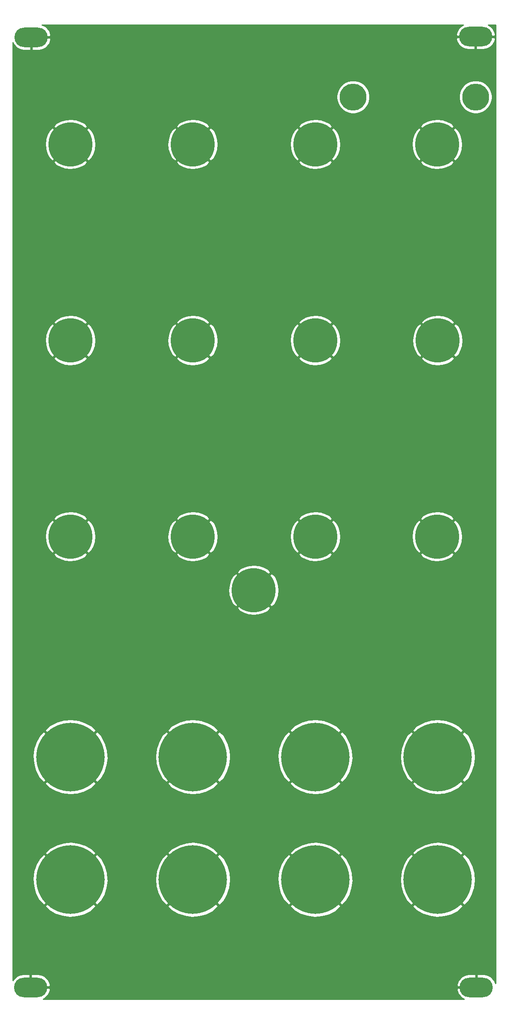
<source format=gbr>
%TF.GenerationSoftware,KiCad,Pcbnew,(5.1.9)-1*%
%TF.CreationDate,2021-09-12T18:44:49+01:00*%
%TF.ProjectId,Function Generator Front Panel,46756e63-7469-46f6-9e20-47656e657261,rev?*%
%TF.SameCoordinates,Original*%
%TF.FileFunction,Copper,L1,Top*%
%TF.FilePolarity,Positive*%
%FSLAX46Y46*%
G04 Gerber Fmt 4.6, Leading zero omitted, Abs format (unit mm)*
G04 Created by KiCad (PCBNEW (5.1.9)-1) date 2021-09-12 18:44:49*
%MOMM*%
%LPD*%
G01*
G04 APERTURE LIST*
%TA.AperFunction,ComponentPad*%
%ADD10O,6.800000X4.000000*%
%TD*%
%TA.AperFunction,ComponentPad*%
%ADD11C,14.000000*%
%TD*%
%TA.AperFunction,ComponentPad*%
%ADD12C,9.000000*%
%TD*%
%TA.AperFunction,ComponentPad*%
%ADD13C,5.500000*%
%TD*%
%TA.AperFunction,Conductor*%
%ADD14C,0.254000*%
%TD*%
%TA.AperFunction,Conductor*%
%ADD15C,0.100000*%
%TD*%
G04 APERTURE END LIST*
D10*
%TO.P,H1,1*%
%TO.N,GND*%
X122304000Y-10541000D03*
%TD*%
%TO.P,H2,1*%
%TO.N,GND*%
X31372000Y-204470000D03*
%TD*%
%TO.P,H3,1*%
%TO.N,GND*%
X122431000Y-204470000D03*
%TD*%
%TO.P,H4,1*%
%TO.N,GND*%
X31499000Y-10668000D03*
%TD*%
D11*
%TO.P,H5,1*%
%TO.N,GND*%
X39497000Y-157480000D03*
%TD*%
%TO.P,H6,1*%
%TO.N,GND*%
X64516000Y-182499000D03*
%TD*%
%TO.P,H7,1*%
%TO.N,GND*%
X64516000Y-157480000D03*
%TD*%
%TO.P,H8,1*%
%TO.N,GND*%
X39497000Y-182499000D03*
%TD*%
%TO.P,H9,1*%
%TO.N,GND*%
X114554000Y-182499000D03*
%TD*%
%TO.P,H10,1*%
%TO.N,GND*%
X114554000Y-157480000D03*
%TD*%
%TO.P,H11,1*%
%TO.N,GND*%
X89535000Y-182499000D03*
%TD*%
%TO.P,H12,1*%
%TO.N,GND*%
X89535000Y-157480000D03*
%TD*%
D12*
%TO.P,H13,1*%
%TO.N,GND*%
X89535000Y-112522000D03*
%TD*%
%TO.P,H14,1*%
%TO.N,GND*%
X64516000Y-72517000D03*
%TD*%
%TO.P,H15,1*%
%TO.N,GND*%
X89535000Y-72517000D03*
%TD*%
%TO.P,H16,1*%
%TO.N,GND*%
X39497000Y-32512000D03*
%TD*%
%TO.P,H17,1*%
%TO.N,GND*%
X39497000Y-112522000D03*
%TD*%
%TO.P,H18,1*%
%TO.N,GND*%
X114427000Y-112522000D03*
%TD*%
%TO.P,H19,1*%
%TO.N,GND*%
X114427000Y-32512000D03*
%TD*%
%TO.P,H20,1*%
%TO.N,GND*%
X64516000Y-32512000D03*
%TD*%
%TO.P,H21,1*%
%TO.N,GND*%
X39497000Y-72517000D03*
%TD*%
%TO.P,H22,1*%
%TO.N,GND*%
X114554000Y-72517000D03*
%TD*%
D13*
%TO.P,H23,1*%
%TO.N,N/C*%
X122301000Y-22860000D03*
%TD*%
%TO.P,H24,1*%
%TO.N,N/C*%
X97282000Y-22860000D03*
%TD*%
D12*
%TO.P,H25,1*%
%TO.N,GND*%
X76962000Y-123444000D03*
%TD*%
%TO.P,H26,1*%
%TO.N,GND*%
X89535000Y-32512000D03*
%TD*%
%TO.P,H27,1*%
%TO.N,GND*%
X64516000Y-112522000D03*
%TD*%
D14*
%TO.N,GND*%
X119778296Y-8155178D02*
X119334475Y-8420635D01*
X118950970Y-8767576D01*
X118642519Y-9182669D01*
X118420975Y-9649962D01*
X118324333Y-10003838D01*
X118431009Y-10414000D01*
X122177000Y-10414000D01*
X122177000Y-10394000D01*
X122431000Y-10394000D01*
X122431000Y-10414000D01*
X126176991Y-10414000D01*
X126283667Y-10003838D01*
X126187025Y-9649962D01*
X125965481Y-9182669D01*
X125657030Y-8767576D01*
X125273525Y-8420635D01*
X124829704Y-8155178D01*
X124823599Y-8153000D01*
X126340000Y-8153000D01*
X126340001Y-203674079D01*
X126314025Y-203578962D01*
X126092481Y-203111669D01*
X125784030Y-202696576D01*
X125400525Y-202349635D01*
X124956704Y-202084178D01*
X124469623Y-201910407D01*
X123958000Y-201835000D01*
X122558000Y-201835000D01*
X122558000Y-204343000D01*
X122578000Y-204343000D01*
X122578000Y-204597000D01*
X122558000Y-204597000D01*
X122558000Y-204617000D01*
X122304000Y-204617000D01*
X122304000Y-204597000D01*
X118558009Y-204597000D01*
X118451333Y-205007162D01*
X118547975Y-205361038D01*
X118769519Y-205828331D01*
X119077970Y-206243424D01*
X119461475Y-206590365D01*
X119905296Y-206855822D01*
X119911401Y-206858000D01*
X33891599Y-206858000D01*
X33897704Y-206855822D01*
X34341525Y-206590365D01*
X34725030Y-206243424D01*
X35033481Y-205828331D01*
X35255025Y-205361038D01*
X35351667Y-205007162D01*
X35244991Y-204597000D01*
X31499000Y-204597000D01*
X31499000Y-204617000D01*
X31245000Y-204617000D01*
X31245000Y-204597000D01*
X31225000Y-204597000D01*
X31225000Y-204343000D01*
X31245000Y-204343000D01*
X31245000Y-201835000D01*
X31499000Y-201835000D01*
X31499000Y-204343000D01*
X35244991Y-204343000D01*
X35351667Y-203932838D01*
X118451333Y-203932838D01*
X118558009Y-204343000D01*
X122304000Y-204343000D01*
X122304000Y-201835000D01*
X120904000Y-201835000D01*
X120392377Y-201910407D01*
X119905296Y-202084178D01*
X119461475Y-202349635D01*
X119077970Y-202696576D01*
X118769519Y-203111669D01*
X118547975Y-203578962D01*
X118451333Y-203932838D01*
X35351667Y-203932838D01*
X35255025Y-203578962D01*
X35033481Y-203111669D01*
X34725030Y-202696576D01*
X34341525Y-202349635D01*
X33897704Y-202084178D01*
X33410623Y-201910407D01*
X32899000Y-201835000D01*
X31499000Y-201835000D01*
X31245000Y-201835000D01*
X29845000Y-201835000D01*
X29333377Y-201910407D01*
X28846296Y-202084178D01*
X28402475Y-202349635D01*
X28018970Y-202696576D01*
X27711000Y-203111022D01*
X27711000Y-187900674D01*
X34274932Y-187900674D01*
X35090908Y-188779530D01*
X36400840Y-189518437D01*
X37829756Y-189987591D01*
X39322743Y-190168963D01*
X40822428Y-190055583D01*
X42271176Y-189651807D01*
X43613314Y-188973153D01*
X43903092Y-188779530D01*
X44719068Y-187900674D01*
X59293932Y-187900674D01*
X60109908Y-188779530D01*
X61419840Y-189518437D01*
X62848756Y-189987591D01*
X64341743Y-190168963D01*
X65841428Y-190055583D01*
X67290176Y-189651807D01*
X68632314Y-188973153D01*
X68922092Y-188779530D01*
X69738068Y-187900674D01*
X84312932Y-187900674D01*
X85128908Y-188779530D01*
X86438840Y-189518437D01*
X87867756Y-189987591D01*
X89360743Y-190168963D01*
X90860428Y-190055583D01*
X92309176Y-189651807D01*
X93651314Y-188973153D01*
X93941092Y-188779530D01*
X94757068Y-187900674D01*
X109331932Y-187900674D01*
X110147908Y-188779530D01*
X111457840Y-189518437D01*
X112886756Y-189987591D01*
X114379743Y-190168963D01*
X115879428Y-190055583D01*
X117328176Y-189651807D01*
X118670314Y-188973153D01*
X118960092Y-188779530D01*
X119776068Y-187900674D01*
X114554000Y-182678605D01*
X109331932Y-187900674D01*
X94757068Y-187900674D01*
X89535000Y-182678605D01*
X84312932Y-187900674D01*
X69738068Y-187900674D01*
X64516000Y-182678605D01*
X59293932Y-187900674D01*
X44719068Y-187900674D01*
X39497000Y-182678605D01*
X34274932Y-187900674D01*
X27711000Y-187900674D01*
X27711000Y-182324743D01*
X31827037Y-182324743D01*
X31940417Y-183824428D01*
X32344193Y-185273176D01*
X33022847Y-186615314D01*
X33216470Y-186905092D01*
X34095326Y-187721068D01*
X39317395Y-182499000D01*
X39676605Y-182499000D01*
X44898674Y-187721068D01*
X45777530Y-186905092D01*
X46516437Y-185595160D01*
X46985591Y-184166244D01*
X47166963Y-182673257D01*
X47140615Y-182324743D01*
X56846037Y-182324743D01*
X56959417Y-183824428D01*
X57363193Y-185273176D01*
X58041847Y-186615314D01*
X58235470Y-186905092D01*
X59114326Y-187721068D01*
X64336395Y-182499000D01*
X64695605Y-182499000D01*
X69917674Y-187721068D01*
X70796530Y-186905092D01*
X71535437Y-185595160D01*
X72004591Y-184166244D01*
X72185963Y-182673257D01*
X72159615Y-182324743D01*
X81865037Y-182324743D01*
X81978417Y-183824428D01*
X82382193Y-185273176D01*
X83060847Y-186615314D01*
X83254470Y-186905092D01*
X84133326Y-187721068D01*
X89355395Y-182499000D01*
X89714605Y-182499000D01*
X94936674Y-187721068D01*
X95815530Y-186905092D01*
X96554437Y-185595160D01*
X97023591Y-184166244D01*
X97204963Y-182673257D01*
X97178615Y-182324743D01*
X106884037Y-182324743D01*
X106997417Y-183824428D01*
X107401193Y-185273176D01*
X108079847Y-186615314D01*
X108273470Y-186905092D01*
X109152326Y-187721068D01*
X114374395Y-182499000D01*
X114733605Y-182499000D01*
X119955674Y-187721068D01*
X120834530Y-186905092D01*
X121573437Y-185595160D01*
X122042591Y-184166244D01*
X122223963Y-182673257D01*
X122110583Y-181173572D01*
X121706807Y-179724824D01*
X121028153Y-178382686D01*
X120834530Y-178092908D01*
X119955674Y-177276932D01*
X114733605Y-182499000D01*
X114374395Y-182499000D01*
X109152326Y-177276932D01*
X108273470Y-178092908D01*
X107534563Y-179402840D01*
X107065409Y-180831756D01*
X106884037Y-182324743D01*
X97178615Y-182324743D01*
X97091583Y-181173572D01*
X96687807Y-179724824D01*
X96009153Y-178382686D01*
X95815530Y-178092908D01*
X94936674Y-177276932D01*
X89714605Y-182499000D01*
X89355395Y-182499000D01*
X84133326Y-177276932D01*
X83254470Y-178092908D01*
X82515563Y-179402840D01*
X82046409Y-180831756D01*
X81865037Y-182324743D01*
X72159615Y-182324743D01*
X72072583Y-181173572D01*
X71668807Y-179724824D01*
X70990153Y-178382686D01*
X70796530Y-178092908D01*
X69917674Y-177276932D01*
X64695605Y-182499000D01*
X64336395Y-182499000D01*
X59114326Y-177276932D01*
X58235470Y-178092908D01*
X57496563Y-179402840D01*
X57027409Y-180831756D01*
X56846037Y-182324743D01*
X47140615Y-182324743D01*
X47053583Y-181173572D01*
X46649807Y-179724824D01*
X45971153Y-178382686D01*
X45777530Y-178092908D01*
X44898674Y-177276932D01*
X39676605Y-182499000D01*
X39317395Y-182499000D01*
X34095326Y-177276932D01*
X33216470Y-178092908D01*
X32477563Y-179402840D01*
X32008409Y-180831756D01*
X31827037Y-182324743D01*
X27711000Y-182324743D01*
X27711000Y-177097326D01*
X34274932Y-177097326D01*
X39497000Y-182319395D01*
X44719068Y-177097326D01*
X59293932Y-177097326D01*
X64516000Y-182319395D01*
X69738068Y-177097326D01*
X84312932Y-177097326D01*
X89535000Y-182319395D01*
X94757068Y-177097326D01*
X109331932Y-177097326D01*
X114554000Y-182319395D01*
X119776068Y-177097326D01*
X118960092Y-176218470D01*
X117650160Y-175479563D01*
X116221244Y-175010409D01*
X114728257Y-174829037D01*
X113228572Y-174942417D01*
X111779824Y-175346193D01*
X110437686Y-176024847D01*
X110147908Y-176218470D01*
X109331932Y-177097326D01*
X94757068Y-177097326D01*
X93941092Y-176218470D01*
X92631160Y-175479563D01*
X91202244Y-175010409D01*
X89709257Y-174829037D01*
X88209572Y-174942417D01*
X86760824Y-175346193D01*
X85418686Y-176024847D01*
X85128908Y-176218470D01*
X84312932Y-177097326D01*
X69738068Y-177097326D01*
X68922092Y-176218470D01*
X67612160Y-175479563D01*
X66183244Y-175010409D01*
X64690257Y-174829037D01*
X63190572Y-174942417D01*
X61741824Y-175346193D01*
X60399686Y-176024847D01*
X60109908Y-176218470D01*
X59293932Y-177097326D01*
X44719068Y-177097326D01*
X43903092Y-176218470D01*
X42593160Y-175479563D01*
X41164244Y-175010409D01*
X39671257Y-174829037D01*
X38171572Y-174942417D01*
X36722824Y-175346193D01*
X35380686Y-176024847D01*
X35090908Y-176218470D01*
X34274932Y-177097326D01*
X27711000Y-177097326D01*
X27711000Y-162881674D01*
X34274932Y-162881674D01*
X35090908Y-163760530D01*
X36400840Y-164499437D01*
X37829756Y-164968591D01*
X39322743Y-165149963D01*
X40822428Y-165036583D01*
X42271176Y-164632807D01*
X43613314Y-163954153D01*
X43903092Y-163760530D01*
X44719068Y-162881674D01*
X59293932Y-162881674D01*
X60109908Y-163760530D01*
X61419840Y-164499437D01*
X62848756Y-164968591D01*
X64341743Y-165149963D01*
X65841428Y-165036583D01*
X67290176Y-164632807D01*
X68632314Y-163954153D01*
X68922092Y-163760530D01*
X69738068Y-162881674D01*
X84312932Y-162881674D01*
X85128908Y-163760530D01*
X86438840Y-164499437D01*
X87867756Y-164968591D01*
X89360743Y-165149963D01*
X90860428Y-165036583D01*
X92309176Y-164632807D01*
X93651314Y-163954153D01*
X93941092Y-163760530D01*
X94757068Y-162881674D01*
X109331932Y-162881674D01*
X110147908Y-163760530D01*
X111457840Y-164499437D01*
X112886756Y-164968591D01*
X114379743Y-165149963D01*
X115879428Y-165036583D01*
X117328176Y-164632807D01*
X118670314Y-163954153D01*
X118960092Y-163760530D01*
X119776068Y-162881674D01*
X114554000Y-157659605D01*
X109331932Y-162881674D01*
X94757068Y-162881674D01*
X89535000Y-157659605D01*
X84312932Y-162881674D01*
X69738068Y-162881674D01*
X64516000Y-157659605D01*
X59293932Y-162881674D01*
X44719068Y-162881674D01*
X39497000Y-157659605D01*
X34274932Y-162881674D01*
X27711000Y-162881674D01*
X27711000Y-157305743D01*
X31827037Y-157305743D01*
X31940417Y-158805428D01*
X32344193Y-160254176D01*
X33022847Y-161596314D01*
X33216470Y-161886092D01*
X34095326Y-162702068D01*
X39317395Y-157480000D01*
X39676605Y-157480000D01*
X44898674Y-162702068D01*
X45777530Y-161886092D01*
X46516437Y-160576160D01*
X46985591Y-159147244D01*
X47166963Y-157654257D01*
X47140615Y-157305743D01*
X56846037Y-157305743D01*
X56959417Y-158805428D01*
X57363193Y-160254176D01*
X58041847Y-161596314D01*
X58235470Y-161886092D01*
X59114326Y-162702068D01*
X64336395Y-157480000D01*
X64695605Y-157480000D01*
X69917674Y-162702068D01*
X70796530Y-161886092D01*
X71535437Y-160576160D01*
X72004591Y-159147244D01*
X72185963Y-157654257D01*
X72159615Y-157305743D01*
X81865037Y-157305743D01*
X81978417Y-158805428D01*
X82382193Y-160254176D01*
X83060847Y-161596314D01*
X83254470Y-161886092D01*
X84133326Y-162702068D01*
X89355395Y-157480000D01*
X89714605Y-157480000D01*
X94936674Y-162702068D01*
X95815530Y-161886092D01*
X96554437Y-160576160D01*
X97023591Y-159147244D01*
X97204963Y-157654257D01*
X97178615Y-157305743D01*
X106884037Y-157305743D01*
X106997417Y-158805428D01*
X107401193Y-160254176D01*
X108079847Y-161596314D01*
X108273470Y-161886092D01*
X109152326Y-162702068D01*
X114374395Y-157480000D01*
X114733605Y-157480000D01*
X119955674Y-162702068D01*
X120834530Y-161886092D01*
X121573437Y-160576160D01*
X122042591Y-159147244D01*
X122223963Y-157654257D01*
X122110583Y-156154572D01*
X121706807Y-154705824D01*
X121028153Y-153363686D01*
X120834530Y-153073908D01*
X119955674Y-152257932D01*
X114733605Y-157480000D01*
X114374395Y-157480000D01*
X109152326Y-152257932D01*
X108273470Y-153073908D01*
X107534563Y-154383840D01*
X107065409Y-155812756D01*
X106884037Y-157305743D01*
X97178615Y-157305743D01*
X97091583Y-156154572D01*
X96687807Y-154705824D01*
X96009153Y-153363686D01*
X95815530Y-153073908D01*
X94936674Y-152257932D01*
X89714605Y-157480000D01*
X89355395Y-157480000D01*
X84133326Y-152257932D01*
X83254470Y-153073908D01*
X82515563Y-154383840D01*
X82046409Y-155812756D01*
X81865037Y-157305743D01*
X72159615Y-157305743D01*
X72072583Y-156154572D01*
X71668807Y-154705824D01*
X70990153Y-153363686D01*
X70796530Y-153073908D01*
X69917674Y-152257932D01*
X64695605Y-157480000D01*
X64336395Y-157480000D01*
X59114326Y-152257932D01*
X58235470Y-153073908D01*
X57496563Y-154383840D01*
X57027409Y-155812756D01*
X56846037Y-157305743D01*
X47140615Y-157305743D01*
X47053583Y-156154572D01*
X46649807Y-154705824D01*
X45971153Y-153363686D01*
X45777530Y-153073908D01*
X44898674Y-152257932D01*
X39676605Y-157480000D01*
X39317395Y-157480000D01*
X34095326Y-152257932D01*
X33216470Y-153073908D01*
X32477563Y-154383840D01*
X32008409Y-155812756D01*
X31827037Y-157305743D01*
X27711000Y-157305743D01*
X27711000Y-152078326D01*
X34274932Y-152078326D01*
X39497000Y-157300395D01*
X44719068Y-152078326D01*
X59293932Y-152078326D01*
X64516000Y-157300395D01*
X69738068Y-152078326D01*
X84312932Y-152078326D01*
X89535000Y-157300395D01*
X94757068Y-152078326D01*
X109331932Y-152078326D01*
X114554000Y-157300395D01*
X119776068Y-152078326D01*
X118960092Y-151199470D01*
X117650160Y-150460563D01*
X116221244Y-149991409D01*
X114728257Y-149810037D01*
X113228572Y-149923417D01*
X111779824Y-150327193D01*
X110437686Y-151005847D01*
X110147908Y-151199470D01*
X109331932Y-152078326D01*
X94757068Y-152078326D01*
X93941092Y-151199470D01*
X92631160Y-150460563D01*
X91202244Y-149991409D01*
X89709257Y-149810037D01*
X88209572Y-149923417D01*
X86760824Y-150327193D01*
X85418686Y-151005847D01*
X85128908Y-151199470D01*
X84312932Y-152078326D01*
X69738068Y-152078326D01*
X68922092Y-151199470D01*
X67612160Y-150460563D01*
X66183244Y-149991409D01*
X64690257Y-149810037D01*
X63190572Y-149923417D01*
X61741824Y-150327193D01*
X60399686Y-151005847D01*
X60109908Y-151199470D01*
X59293932Y-152078326D01*
X44719068Y-152078326D01*
X43903092Y-151199470D01*
X42593160Y-150460563D01*
X41164244Y-149991409D01*
X39671257Y-149810037D01*
X38171572Y-149923417D01*
X36722824Y-150327193D01*
X35380686Y-151005847D01*
X35090908Y-151199470D01*
X34274932Y-152078326D01*
X27711000Y-152078326D01*
X27711000Y-127068971D01*
X73516634Y-127068971D01*
X74032783Y-127691788D01*
X74917768Y-128181630D01*
X75881314Y-128489407D01*
X76886389Y-128603293D01*
X77894370Y-128518910D01*
X78866520Y-128239501D01*
X79765481Y-127775803D01*
X79891217Y-127691788D01*
X80407366Y-127068971D01*
X76962000Y-123623605D01*
X73516634Y-127068971D01*
X27711000Y-127068971D01*
X27711000Y-123368389D01*
X71802707Y-123368389D01*
X71887090Y-124376370D01*
X72166499Y-125348520D01*
X72630197Y-126247481D01*
X72714212Y-126373217D01*
X73337029Y-126889366D01*
X76782395Y-123444000D01*
X77141605Y-123444000D01*
X80586971Y-126889366D01*
X81209788Y-126373217D01*
X81699630Y-125488232D01*
X82007407Y-124524686D01*
X82121293Y-123519611D01*
X82036910Y-122511630D01*
X81757501Y-121539480D01*
X81293803Y-120640519D01*
X81209788Y-120514783D01*
X80586971Y-119998634D01*
X77141605Y-123444000D01*
X76782395Y-123444000D01*
X73337029Y-119998634D01*
X72714212Y-120514783D01*
X72224370Y-121399768D01*
X71916593Y-122363314D01*
X71802707Y-123368389D01*
X27711000Y-123368389D01*
X27711000Y-119819029D01*
X73516634Y-119819029D01*
X76962000Y-123264395D01*
X80407366Y-119819029D01*
X79891217Y-119196212D01*
X79006232Y-118706370D01*
X78042686Y-118398593D01*
X77037611Y-118284707D01*
X76029630Y-118369090D01*
X75057480Y-118648499D01*
X74158519Y-119112197D01*
X74032783Y-119196212D01*
X73516634Y-119819029D01*
X27711000Y-119819029D01*
X27711000Y-116146971D01*
X36051634Y-116146971D01*
X36567783Y-116769788D01*
X37452768Y-117259630D01*
X38416314Y-117567407D01*
X39421389Y-117681293D01*
X40429370Y-117596910D01*
X41401520Y-117317501D01*
X42300481Y-116853803D01*
X42426217Y-116769788D01*
X42942366Y-116146971D01*
X61070634Y-116146971D01*
X61586783Y-116769788D01*
X62471768Y-117259630D01*
X63435314Y-117567407D01*
X64440389Y-117681293D01*
X65448370Y-117596910D01*
X66420520Y-117317501D01*
X67319481Y-116853803D01*
X67445217Y-116769788D01*
X67961366Y-116146971D01*
X86089634Y-116146971D01*
X86605783Y-116769788D01*
X87490768Y-117259630D01*
X88454314Y-117567407D01*
X89459389Y-117681293D01*
X90467370Y-117596910D01*
X91439520Y-117317501D01*
X92338481Y-116853803D01*
X92464217Y-116769788D01*
X92980366Y-116146971D01*
X110981634Y-116146971D01*
X111497783Y-116769788D01*
X112382768Y-117259630D01*
X113346314Y-117567407D01*
X114351389Y-117681293D01*
X115359370Y-117596910D01*
X116331520Y-117317501D01*
X117230481Y-116853803D01*
X117356217Y-116769788D01*
X117872366Y-116146971D01*
X114427000Y-112701605D01*
X110981634Y-116146971D01*
X92980366Y-116146971D01*
X89535000Y-112701605D01*
X86089634Y-116146971D01*
X67961366Y-116146971D01*
X64516000Y-112701605D01*
X61070634Y-116146971D01*
X42942366Y-116146971D01*
X39497000Y-112701605D01*
X36051634Y-116146971D01*
X27711000Y-116146971D01*
X27711000Y-112446389D01*
X34337707Y-112446389D01*
X34422090Y-113454370D01*
X34701499Y-114426520D01*
X35165197Y-115325481D01*
X35249212Y-115451217D01*
X35872029Y-115967366D01*
X39317395Y-112522000D01*
X39676605Y-112522000D01*
X43121971Y-115967366D01*
X43744788Y-115451217D01*
X44234630Y-114566232D01*
X44542407Y-113602686D01*
X44656293Y-112597611D01*
X44643634Y-112446389D01*
X59356707Y-112446389D01*
X59441090Y-113454370D01*
X59720499Y-114426520D01*
X60184197Y-115325481D01*
X60268212Y-115451217D01*
X60891029Y-115967366D01*
X64336395Y-112522000D01*
X64695605Y-112522000D01*
X68140971Y-115967366D01*
X68763788Y-115451217D01*
X69253630Y-114566232D01*
X69561407Y-113602686D01*
X69675293Y-112597611D01*
X69662634Y-112446389D01*
X84375707Y-112446389D01*
X84460090Y-113454370D01*
X84739499Y-114426520D01*
X85203197Y-115325481D01*
X85287212Y-115451217D01*
X85910029Y-115967366D01*
X89355395Y-112522000D01*
X89714605Y-112522000D01*
X93159971Y-115967366D01*
X93782788Y-115451217D01*
X94272630Y-114566232D01*
X94580407Y-113602686D01*
X94694293Y-112597611D01*
X94681634Y-112446389D01*
X109267707Y-112446389D01*
X109352090Y-113454370D01*
X109631499Y-114426520D01*
X110095197Y-115325481D01*
X110179212Y-115451217D01*
X110802029Y-115967366D01*
X114247395Y-112522000D01*
X114606605Y-112522000D01*
X118051971Y-115967366D01*
X118674788Y-115451217D01*
X119164630Y-114566232D01*
X119472407Y-113602686D01*
X119586293Y-112597611D01*
X119501910Y-111589630D01*
X119222501Y-110617480D01*
X118758803Y-109718519D01*
X118674788Y-109592783D01*
X118051971Y-109076634D01*
X114606605Y-112522000D01*
X114247395Y-112522000D01*
X110802029Y-109076634D01*
X110179212Y-109592783D01*
X109689370Y-110477768D01*
X109381593Y-111441314D01*
X109267707Y-112446389D01*
X94681634Y-112446389D01*
X94609910Y-111589630D01*
X94330501Y-110617480D01*
X93866803Y-109718519D01*
X93782788Y-109592783D01*
X93159971Y-109076634D01*
X89714605Y-112522000D01*
X89355395Y-112522000D01*
X85910029Y-109076634D01*
X85287212Y-109592783D01*
X84797370Y-110477768D01*
X84489593Y-111441314D01*
X84375707Y-112446389D01*
X69662634Y-112446389D01*
X69590910Y-111589630D01*
X69311501Y-110617480D01*
X68847803Y-109718519D01*
X68763788Y-109592783D01*
X68140971Y-109076634D01*
X64695605Y-112522000D01*
X64336395Y-112522000D01*
X60891029Y-109076634D01*
X60268212Y-109592783D01*
X59778370Y-110477768D01*
X59470593Y-111441314D01*
X59356707Y-112446389D01*
X44643634Y-112446389D01*
X44571910Y-111589630D01*
X44292501Y-110617480D01*
X43828803Y-109718519D01*
X43744788Y-109592783D01*
X43121971Y-109076634D01*
X39676605Y-112522000D01*
X39317395Y-112522000D01*
X35872029Y-109076634D01*
X35249212Y-109592783D01*
X34759370Y-110477768D01*
X34451593Y-111441314D01*
X34337707Y-112446389D01*
X27711000Y-112446389D01*
X27711000Y-108897029D01*
X36051634Y-108897029D01*
X39497000Y-112342395D01*
X42942366Y-108897029D01*
X61070634Y-108897029D01*
X64516000Y-112342395D01*
X67961366Y-108897029D01*
X86089634Y-108897029D01*
X89535000Y-112342395D01*
X92980366Y-108897029D01*
X110981634Y-108897029D01*
X114427000Y-112342395D01*
X117872366Y-108897029D01*
X117356217Y-108274212D01*
X116471232Y-107784370D01*
X115507686Y-107476593D01*
X114502611Y-107362707D01*
X113494630Y-107447090D01*
X112522480Y-107726499D01*
X111623519Y-108190197D01*
X111497783Y-108274212D01*
X110981634Y-108897029D01*
X92980366Y-108897029D01*
X92464217Y-108274212D01*
X91579232Y-107784370D01*
X90615686Y-107476593D01*
X89610611Y-107362707D01*
X88602630Y-107447090D01*
X87630480Y-107726499D01*
X86731519Y-108190197D01*
X86605783Y-108274212D01*
X86089634Y-108897029D01*
X67961366Y-108897029D01*
X67445217Y-108274212D01*
X66560232Y-107784370D01*
X65596686Y-107476593D01*
X64591611Y-107362707D01*
X63583630Y-107447090D01*
X62611480Y-107726499D01*
X61712519Y-108190197D01*
X61586783Y-108274212D01*
X61070634Y-108897029D01*
X42942366Y-108897029D01*
X42426217Y-108274212D01*
X41541232Y-107784370D01*
X40577686Y-107476593D01*
X39572611Y-107362707D01*
X38564630Y-107447090D01*
X37592480Y-107726499D01*
X36693519Y-108190197D01*
X36567783Y-108274212D01*
X36051634Y-108897029D01*
X27711000Y-108897029D01*
X27711000Y-76141971D01*
X36051634Y-76141971D01*
X36567783Y-76764788D01*
X37452768Y-77254630D01*
X38416314Y-77562407D01*
X39421389Y-77676293D01*
X40429370Y-77591910D01*
X41401520Y-77312501D01*
X42300481Y-76848803D01*
X42426217Y-76764788D01*
X42942366Y-76141971D01*
X61070634Y-76141971D01*
X61586783Y-76764788D01*
X62471768Y-77254630D01*
X63435314Y-77562407D01*
X64440389Y-77676293D01*
X65448370Y-77591910D01*
X66420520Y-77312501D01*
X67319481Y-76848803D01*
X67445217Y-76764788D01*
X67961366Y-76141971D01*
X86089634Y-76141971D01*
X86605783Y-76764788D01*
X87490768Y-77254630D01*
X88454314Y-77562407D01*
X89459389Y-77676293D01*
X90467370Y-77591910D01*
X91439520Y-77312501D01*
X92338481Y-76848803D01*
X92464217Y-76764788D01*
X92980366Y-76141971D01*
X111108634Y-76141971D01*
X111624783Y-76764788D01*
X112509768Y-77254630D01*
X113473314Y-77562407D01*
X114478389Y-77676293D01*
X115486370Y-77591910D01*
X116458520Y-77312501D01*
X117357481Y-76848803D01*
X117483217Y-76764788D01*
X117999366Y-76141971D01*
X114554000Y-72696605D01*
X111108634Y-76141971D01*
X92980366Y-76141971D01*
X89535000Y-72696605D01*
X86089634Y-76141971D01*
X67961366Y-76141971D01*
X64516000Y-72696605D01*
X61070634Y-76141971D01*
X42942366Y-76141971D01*
X39497000Y-72696605D01*
X36051634Y-76141971D01*
X27711000Y-76141971D01*
X27711000Y-72441389D01*
X34337707Y-72441389D01*
X34422090Y-73449370D01*
X34701499Y-74421520D01*
X35165197Y-75320481D01*
X35249212Y-75446217D01*
X35872029Y-75962366D01*
X39317395Y-72517000D01*
X39676605Y-72517000D01*
X43121971Y-75962366D01*
X43744788Y-75446217D01*
X44234630Y-74561232D01*
X44542407Y-73597686D01*
X44656293Y-72592611D01*
X44643634Y-72441389D01*
X59356707Y-72441389D01*
X59441090Y-73449370D01*
X59720499Y-74421520D01*
X60184197Y-75320481D01*
X60268212Y-75446217D01*
X60891029Y-75962366D01*
X64336395Y-72517000D01*
X64695605Y-72517000D01*
X68140971Y-75962366D01*
X68763788Y-75446217D01*
X69253630Y-74561232D01*
X69561407Y-73597686D01*
X69675293Y-72592611D01*
X69662634Y-72441389D01*
X84375707Y-72441389D01*
X84460090Y-73449370D01*
X84739499Y-74421520D01*
X85203197Y-75320481D01*
X85287212Y-75446217D01*
X85910029Y-75962366D01*
X89355395Y-72517000D01*
X89714605Y-72517000D01*
X93159971Y-75962366D01*
X93782788Y-75446217D01*
X94272630Y-74561232D01*
X94580407Y-73597686D01*
X94694293Y-72592611D01*
X94681634Y-72441389D01*
X109394707Y-72441389D01*
X109479090Y-73449370D01*
X109758499Y-74421520D01*
X110222197Y-75320481D01*
X110306212Y-75446217D01*
X110929029Y-75962366D01*
X114374395Y-72517000D01*
X114733605Y-72517000D01*
X118178971Y-75962366D01*
X118801788Y-75446217D01*
X119291630Y-74561232D01*
X119599407Y-73597686D01*
X119713293Y-72592611D01*
X119628910Y-71584630D01*
X119349501Y-70612480D01*
X118885803Y-69713519D01*
X118801788Y-69587783D01*
X118178971Y-69071634D01*
X114733605Y-72517000D01*
X114374395Y-72517000D01*
X110929029Y-69071634D01*
X110306212Y-69587783D01*
X109816370Y-70472768D01*
X109508593Y-71436314D01*
X109394707Y-72441389D01*
X94681634Y-72441389D01*
X94609910Y-71584630D01*
X94330501Y-70612480D01*
X93866803Y-69713519D01*
X93782788Y-69587783D01*
X93159971Y-69071634D01*
X89714605Y-72517000D01*
X89355395Y-72517000D01*
X85910029Y-69071634D01*
X85287212Y-69587783D01*
X84797370Y-70472768D01*
X84489593Y-71436314D01*
X84375707Y-72441389D01*
X69662634Y-72441389D01*
X69590910Y-71584630D01*
X69311501Y-70612480D01*
X68847803Y-69713519D01*
X68763788Y-69587783D01*
X68140971Y-69071634D01*
X64695605Y-72517000D01*
X64336395Y-72517000D01*
X60891029Y-69071634D01*
X60268212Y-69587783D01*
X59778370Y-70472768D01*
X59470593Y-71436314D01*
X59356707Y-72441389D01*
X44643634Y-72441389D01*
X44571910Y-71584630D01*
X44292501Y-70612480D01*
X43828803Y-69713519D01*
X43744788Y-69587783D01*
X43121971Y-69071634D01*
X39676605Y-72517000D01*
X39317395Y-72517000D01*
X35872029Y-69071634D01*
X35249212Y-69587783D01*
X34759370Y-70472768D01*
X34451593Y-71436314D01*
X34337707Y-72441389D01*
X27711000Y-72441389D01*
X27711000Y-68892029D01*
X36051634Y-68892029D01*
X39497000Y-72337395D01*
X42942366Y-68892029D01*
X61070634Y-68892029D01*
X64516000Y-72337395D01*
X67961366Y-68892029D01*
X86089634Y-68892029D01*
X89535000Y-72337395D01*
X92980366Y-68892029D01*
X111108634Y-68892029D01*
X114554000Y-72337395D01*
X117999366Y-68892029D01*
X117483217Y-68269212D01*
X116598232Y-67779370D01*
X115634686Y-67471593D01*
X114629611Y-67357707D01*
X113621630Y-67442090D01*
X112649480Y-67721499D01*
X111750519Y-68185197D01*
X111624783Y-68269212D01*
X111108634Y-68892029D01*
X92980366Y-68892029D01*
X92464217Y-68269212D01*
X91579232Y-67779370D01*
X90615686Y-67471593D01*
X89610611Y-67357707D01*
X88602630Y-67442090D01*
X87630480Y-67721499D01*
X86731519Y-68185197D01*
X86605783Y-68269212D01*
X86089634Y-68892029D01*
X67961366Y-68892029D01*
X67445217Y-68269212D01*
X66560232Y-67779370D01*
X65596686Y-67471593D01*
X64591611Y-67357707D01*
X63583630Y-67442090D01*
X62611480Y-67721499D01*
X61712519Y-68185197D01*
X61586783Y-68269212D01*
X61070634Y-68892029D01*
X42942366Y-68892029D01*
X42426217Y-68269212D01*
X41541232Y-67779370D01*
X40577686Y-67471593D01*
X39572611Y-67357707D01*
X38564630Y-67442090D01*
X37592480Y-67721499D01*
X36693519Y-68185197D01*
X36567783Y-68269212D01*
X36051634Y-68892029D01*
X27711000Y-68892029D01*
X27711000Y-36136971D01*
X36051634Y-36136971D01*
X36567783Y-36759788D01*
X37452768Y-37249630D01*
X38416314Y-37557407D01*
X39421389Y-37671293D01*
X40429370Y-37586910D01*
X41401520Y-37307501D01*
X42300481Y-36843803D01*
X42426217Y-36759788D01*
X42942366Y-36136971D01*
X61070634Y-36136971D01*
X61586783Y-36759788D01*
X62471768Y-37249630D01*
X63435314Y-37557407D01*
X64440389Y-37671293D01*
X65448370Y-37586910D01*
X66420520Y-37307501D01*
X67319481Y-36843803D01*
X67445217Y-36759788D01*
X67961366Y-36136971D01*
X86089634Y-36136971D01*
X86605783Y-36759788D01*
X87490768Y-37249630D01*
X88454314Y-37557407D01*
X89459389Y-37671293D01*
X90467370Y-37586910D01*
X91439520Y-37307501D01*
X92338481Y-36843803D01*
X92464217Y-36759788D01*
X92980366Y-36136971D01*
X110981634Y-36136971D01*
X111497783Y-36759788D01*
X112382768Y-37249630D01*
X113346314Y-37557407D01*
X114351389Y-37671293D01*
X115359370Y-37586910D01*
X116331520Y-37307501D01*
X117230481Y-36843803D01*
X117356217Y-36759788D01*
X117872366Y-36136971D01*
X114427000Y-32691605D01*
X110981634Y-36136971D01*
X92980366Y-36136971D01*
X89535000Y-32691605D01*
X86089634Y-36136971D01*
X67961366Y-36136971D01*
X64516000Y-32691605D01*
X61070634Y-36136971D01*
X42942366Y-36136971D01*
X39497000Y-32691605D01*
X36051634Y-36136971D01*
X27711000Y-36136971D01*
X27711000Y-32436389D01*
X34337707Y-32436389D01*
X34422090Y-33444370D01*
X34701499Y-34416520D01*
X35165197Y-35315481D01*
X35249212Y-35441217D01*
X35872029Y-35957366D01*
X39317395Y-32512000D01*
X39676605Y-32512000D01*
X43121971Y-35957366D01*
X43744788Y-35441217D01*
X44234630Y-34556232D01*
X44542407Y-33592686D01*
X44656293Y-32587611D01*
X44643634Y-32436389D01*
X59356707Y-32436389D01*
X59441090Y-33444370D01*
X59720499Y-34416520D01*
X60184197Y-35315481D01*
X60268212Y-35441217D01*
X60891029Y-35957366D01*
X64336395Y-32512000D01*
X64695605Y-32512000D01*
X68140971Y-35957366D01*
X68763788Y-35441217D01*
X69253630Y-34556232D01*
X69561407Y-33592686D01*
X69675293Y-32587611D01*
X69662634Y-32436389D01*
X84375707Y-32436389D01*
X84460090Y-33444370D01*
X84739499Y-34416520D01*
X85203197Y-35315481D01*
X85287212Y-35441217D01*
X85910029Y-35957366D01*
X89355395Y-32512000D01*
X89714605Y-32512000D01*
X93159971Y-35957366D01*
X93782788Y-35441217D01*
X94272630Y-34556232D01*
X94580407Y-33592686D01*
X94694293Y-32587611D01*
X94681634Y-32436389D01*
X109267707Y-32436389D01*
X109352090Y-33444370D01*
X109631499Y-34416520D01*
X110095197Y-35315481D01*
X110179212Y-35441217D01*
X110802029Y-35957366D01*
X114247395Y-32512000D01*
X114606605Y-32512000D01*
X118051971Y-35957366D01*
X118674788Y-35441217D01*
X119164630Y-34556232D01*
X119472407Y-33592686D01*
X119586293Y-32587611D01*
X119501910Y-31579630D01*
X119222501Y-30607480D01*
X118758803Y-29708519D01*
X118674788Y-29582783D01*
X118051971Y-29066634D01*
X114606605Y-32512000D01*
X114247395Y-32512000D01*
X110802029Y-29066634D01*
X110179212Y-29582783D01*
X109689370Y-30467768D01*
X109381593Y-31431314D01*
X109267707Y-32436389D01*
X94681634Y-32436389D01*
X94609910Y-31579630D01*
X94330501Y-30607480D01*
X93866803Y-29708519D01*
X93782788Y-29582783D01*
X93159971Y-29066634D01*
X89714605Y-32512000D01*
X89355395Y-32512000D01*
X85910029Y-29066634D01*
X85287212Y-29582783D01*
X84797370Y-30467768D01*
X84489593Y-31431314D01*
X84375707Y-32436389D01*
X69662634Y-32436389D01*
X69590910Y-31579630D01*
X69311501Y-30607480D01*
X68847803Y-29708519D01*
X68763788Y-29582783D01*
X68140971Y-29066634D01*
X64695605Y-32512000D01*
X64336395Y-32512000D01*
X60891029Y-29066634D01*
X60268212Y-29582783D01*
X59778370Y-30467768D01*
X59470593Y-31431314D01*
X59356707Y-32436389D01*
X44643634Y-32436389D01*
X44571910Y-31579630D01*
X44292501Y-30607480D01*
X43828803Y-29708519D01*
X43744788Y-29582783D01*
X43121971Y-29066634D01*
X39676605Y-32512000D01*
X39317395Y-32512000D01*
X35872029Y-29066634D01*
X35249212Y-29582783D01*
X34759370Y-30467768D01*
X34451593Y-31431314D01*
X34337707Y-32436389D01*
X27711000Y-32436389D01*
X27711000Y-28887029D01*
X36051634Y-28887029D01*
X39497000Y-32332395D01*
X42942366Y-28887029D01*
X61070634Y-28887029D01*
X64516000Y-32332395D01*
X67961366Y-28887029D01*
X86089634Y-28887029D01*
X89535000Y-32332395D01*
X92980366Y-28887029D01*
X110981634Y-28887029D01*
X114427000Y-32332395D01*
X117872366Y-28887029D01*
X117356217Y-28264212D01*
X116471232Y-27774370D01*
X115507686Y-27466593D01*
X114502611Y-27352707D01*
X113494630Y-27437090D01*
X112522480Y-27716499D01*
X111623519Y-28180197D01*
X111497783Y-28264212D01*
X110981634Y-28887029D01*
X92980366Y-28887029D01*
X92464217Y-28264212D01*
X91579232Y-27774370D01*
X90615686Y-27466593D01*
X89610611Y-27352707D01*
X88602630Y-27437090D01*
X87630480Y-27716499D01*
X86731519Y-28180197D01*
X86605783Y-28264212D01*
X86089634Y-28887029D01*
X67961366Y-28887029D01*
X67445217Y-28264212D01*
X66560232Y-27774370D01*
X65596686Y-27466593D01*
X64591611Y-27352707D01*
X63583630Y-27437090D01*
X62611480Y-27716499D01*
X61712519Y-28180197D01*
X61586783Y-28264212D01*
X61070634Y-28887029D01*
X42942366Y-28887029D01*
X42426217Y-28264212D01*
X41541232Y-27774370D01*
X40577686Y-27466593D01*
X39572611Y-27352707D01*
X38564630Y-27437090D01*
X37592480Y-27716499D01*
X36693519Y-28180197D01*
X36567783Y-28264212D01*
X36051634Y-28887029D01*
X27711000Y-28887029D01*
X27711000Y-22526607D01*
X93897000Y-22526607D01*
X93897000Y-23193393D01*
X94027083Y-23847368D01*
X94282252Y-24463399D01*
X94652698Y-25017812D01*
X95124188Y-25489302D01*
X95678601Y-25859748D01*
X96294632Y-26114917D01*
X96948607Y-26245000D01*
X97615393Y-26245000D01*
X98269368Y-26114917D01*
X98885399Y-25859748D01*
X99439812Y-25489302D01*
X99911302Y-25017812D01*
X100281748Y-24463399D01*
X100536917Y-23847368D01*
X100667000Y-23193393D01*
X100667000Y-22526607D01*
X118916000Y-22526607D01*
X118916000Y-23193393D01*
X119046083Y-23847368D01*
X119301252Y-24463399D01*
X119671698Y-25017812D01*
X120143188Y-25489302D01*
X120697601Y-25859748D01*
X121313632Y-26114917D01*
X121967607Y-26245000D01*
X122634393Y-26245000D01*
X123288368Y-26114917D01*
X123904399Y-25859748D01*
X124458812Y-25489302D01*
X124930302Y-25017812D01*
X125300748Y-24463399D01*
X125555917Y-23847368D01*
X125686000Y-23193393D01*
X125686000Y-22526607D01*
X125555917Y-21872632D01*
X125300748Y-21256601D01*
X124930302Y-20702188D01*
X124458812Y-20230698D01*
X123904399Y-19860252D01*
X123288368Y-19605083D01*
X122634393Y-19475000D01*
X121967607Y-19475000D01*
X121313632Y-19605083D01*
X120697601Y-19860252D01*
X120143188Y-20230698D01*
X119671698Y-20702188D01*
X119301252Y-21256601D01*
X119046083Y-21872632D01*
X118916000Y-22526607D01*
X100667000Y-22526607D01*
X100536917Y-21872632D01*
X100281748Y-21256601D01*
X99911302Y-20702188D01*
X99439812Y-20230698D01*
X98885399Y-19860252D01*
X98269368Y-19605083D01*
X97615393Y-19475000D01*
X96948607Y-19475000D01*
X96294632Y-19605083D01*
X95678601Y-19860252D01*
X95124188Y-20230698D01*
X94652698Y-20702188D01*
X94282252Y-21256601D01*
X94027083Y-21872632D01*
X93897000Y-22526607D01*
X27711000Y-22526607D01*
X27711000Y-11759470D01*
X27837519Y-12026331D01*
X28145970Y-12441424D01*
X28529475Y-12788365D01*
X28973296Y-13053822D01*
X29460377Y-13227593D01*
X29972000Y-13303000D01*
X31372000Y-13303000D01*
X31372000Y-10795000D01*
X31626000Y-10795000D01*
X31626000Y-13303000D01*
X33026000Y-13303000D01*
X33537623Y-13227593D01*
X34024704Y-13053822D01*
X34468525Y-12788365D01*
X34852030Y-12441424D01*
X35160481Y-12026331D01*
X35382025Y-11559038D01*
X35478667Y-11205162D01*
X35445637Y-11078162D01*
X118324333Y-11078162D01*
X118420975Y-11432038D01*
X118642519Y-11899331D01*
X118950970Y-12314424D01*
X119334475Y-12661365D01*
X119778296Y-12926822D01*
X120265377Y-13100593D01*
X120777000Y-13176000D01*
X122177000Y-13176000D01*
X122177000Y-10668000D01*
X122431000Y-10668000D01*
X122431000Y-13176000D01*
X123831000Y-13176000D01*
X124342623Y-13100593D01*
X124829704Y-12926822D01*
X125273525Y-12661365D01*
X125657030Y-12314424D01*
X125965481Y-11899331D01*
X126187025Y-11432038D01*
X126283667Y-11078162D01*
X126176991Y-10668000D01*
X122431000Y-10668000D01*
X122177000Y-10668000D01*
X118431009Y-10668000D01*
X118324333Y-11078162D01*
X35445637Y-11078162D01*
X35371991Y-10795000D01*
X31626000Y-10795000D01*
X31372000Y-10795000D01*
X31352000Y-10795000D01*
X31352000Y-10541000D01*
X31372000Y-10541000D01*
X31372000Y-10521000D01*
X31626000Y-10521000D01*
X31626000Y-10541000D01*
X35371991Y-10541000D01*
X35478667Y-10130838D01*
X35382025Y-9776962D01*
X35160481Y-9309669D01*
X34852030Y-8894576D01*
X34468525Y-8547635D01*
X34024704Y-8282178D01*
X33662617Y-8153000D01*
X119784401Y-8153000D01*
X119778296Y-8155178D01*
%TA.AperFunction,Conductor*%
D15*
G36*
X119778296Y-8155178D02*
G01*
X119334475Y-8420635D01*
X118950970Y-8767576D01*
X118642519Y-9182669D01*
X118420975Y-9649962D01*
X118324333Y-10003838D01*
X118431009Y-10414000D01*
X122177000Y-10414000D01*
X122177000Y-10394000D01*
X122431000Y-10394000D01*
X122431000Y-10414000D01*
X126176991Y-10414000D01*
X126283667Y-10003838D01*
X126187025Y-9649962D01*
X125965481Y-9182669D01*
X125657030Y-8767576D01*
X125273525Y-8420635D01*
X124829704Y-8155178D01*
X124823599Y-8153000D01*
X126340000Y-8153000D01*
X126340001Y-203674079D01*
X126314025Y-203578962D01*
X126092481Y-203111669D01*
X125784030Y-202696576D01*
X125400525Y-202349635D01*
X124956704Y-202084178D01*
X124469623Y-201910407D01*
X123958000Y-201835000D01*
X122558000Y-201835000D01*
X122558000Y-204343000D01*
X122578000Y-204343000D01*
X122578000Y-204597000D01*
X122558000Y-204597000D01*
X122558000Y-204617000D01*
X122304000Y-204617000D01*
X122304000Y-204597000D01*
X118558009Y-204597000D01*
X118451333Y-205007162D01*
X118547975Y-205361038D01*
X118769519Y-205828331D01*
X119077970Y-206243424D01*
X119461475Y-206590365D01*
X119905296Y-206855822D01*
X119911401Y-206858000D01*
X33891599Y-206858000D01*
X33897704Y-206855822D01*
X34341525Y-206590365D01*
X34725030Y-206243424D01*
X35033481Y-205828331D01*
X35255025Y-205361038D01*
X35351667Y-205007162D01*
X35244991Y-204597000D01*
X31499000Y-204597000D01*
X31499000Y-204617000D01*
X31245000Y-204617000D01*
X31245000Y-204597000D01*
X31225000Y-204597000D01*
X31225000Y-204343000D01*
X31245000Y-204343000D01*
X31245000Y-201835000D01*
X31499000Y-201835000D01*
X31499000Y-204343000D01*
X35244991Y-204343000D01*
X35351667Y-203932838D01*
X118451333Y-203932838D01*
X118558009Y-204343000D01*
X122304000Y-204343000D01*
X122304000Y-201835000D01*
X120904000Y-201835000D01*
X120392377Y-201910407D01*
X119905296Y-202084178D01*
X119461475Y-202349635D01*
X119077970Y-202696576D01*
X118769519Y-203111669D01*
X118547975Y-203578962D01*
X118451333Y-203932838D01*
X35351667Y-203932838D01*
X35255025Y-203578962D01*
X35033481Y-203111669D01*
X34725030Y-202696576D01*
X34341525Y-202349635D01*
X33897704Y-202084178D01*
X33410623Y-201910407D01*
X32899000Y-201835000D01*
X31499000Y-201835000D01*
X31245000Y-201835000D01*
X29845000Y-201835000D01*
X29333377Y-201910407D01*
X28846296Y-202084178D01*
X28402475Y-202349635D01*
X28018970Y-202696576D01*
X27711000Y-203111022D01*
X27711000Y-187900674D01*
X34274932Y-187900674D01*
X35090908Y-188779530D01*
X36400840Y-189518437D01*
X37829756Y-189987591D01*
X39322743Y-190168963D01*
X40822428Y-190055583D01*
X42271176Y-189651807D01*
X43613314Y-188973153D01*
X43903092Y-188779530D01*
X44719068Y-187900674D01*
X59293932Y-187900674D01*
X60109908Y-188779530D01*
X61419840Y-189518437D01*
X62848756Y-189987591D01*
X64341743Y-190168963D01*
X65841428Y-190055583D01*
X67290176Y-189651807D01*
X68632314Y-188973153D01*
X68922092Y-188779530D01*
X69738068Y-187900674D01*
X84312932Y-187900674D01*
X85128908Y-188779530D01*
X86438840Y-189518437D01*
X87867756Y-189987591D01*
X89360743Y-190168963D01*
X90860428Y-190055583D01*
X92309176Y-189651807D01*
X93651314Y-188973153D01*
X93941092Y-188779530D01*
X94757068Y-187900674D01*
X109331932Y-187900674D01*
X110147908Y-188779530D01*
X111457840Y-189518437D01*
X112886756Y-189987591D01*
X114379743Y-190168963D01*
X115879428Y-190055583D01*
X117328176Y-189651807D01*
X118670314Y-188973153D01*
X118960092Y-188779530D01*
X119776068Y-187900674D01*
X114554000Y-182678605D01*
X109331932Y-187900674D01*
X94757068Y-187900674D01*
X89535000Y-182678605D01*
X84312932Y-187900674D01*
X69738068Y-187900674D01*
X64516000Y-182678605D01*
X59293932Y-187900674D01*
X44719068Y-187900674D01*
X39497000Y-182678605D01*
X34274932Y-187900674D01*
X27711000Y-187900674D01*
X27711000Y-182324743D01*
X31827037Y-182324743D01*
X31940417Y-183824428D01*
X32344193Y-185273176D01*
X33022847Y-186615314D01*
X33216470Y-186905092D01*
X34095326Y-187721068D01*
X39317395Y-182499000D01*
X39676605Y-182499000D01*
X44898674Y-187721068D01*
X45777530Y-186905092D01*
X46516437Y-185595160D01*
X46985591Y-184166244D01*
X47166963Y-182673257D01*
X47140615Y-182324743D01*
X56846037Y-182324743D01*
X56959417Y-183824428D01*
X57363193Y-185273176D01*
X58041847Y-186615314D01*
X58235470Y-186905092D01*
X59114326Y-187721068D01*
X64336395Y-182499000D01*
X64695605Y-182499000D01*
X69917674Y-187721068D01*
X70796530Y-186905092D01*
X71535437Y-185595160D01*
X72004591Y-184166244D01*
X72185963Y-182673257D01*
X72159615Y-182324743D01*
X81865037Y-182324743D01*
X81978417Y-183824428D01*
X82382193Y-185273176D01*
X83060847Y-186615314D01*
X83254470Y-186905092D01*
X84133326Y-187721068D01*
X89355395Y-182499000D01*
X89714605Y-182499000D01*
X94936674Y-187721068D01*
X95815530Y-186905092D01*
X96554437Y-185595160D01*
X97023591Y-184166244D01*
X97204963Y-182673257D01*
X97178615Y-182324743D01*
X106884037Y-182324743D01*
X106997417Y-183824428D01*
X107401193Y-185273176D01*
X108079847Y-186615314D01*
X108273470Y-186905092D01*
X109152326Y-187721068D01*
X114374395Y-182499000D01*
X114733605Y-182499000D01*
X119955674Y-187721068D01*
X120834530Y-186905092D01*
X121573437Y-185595160D01*
X122042591Y-184166244D01*
X122223963Y-182673257D01*
X122110583Y-181173572D01*
X121706807Y-179724824D01*
X121028153Y-178382686D01*
X120834530Y-178092908D01*
X119955674Y-177276932D01*
X114733605Y-182499000D01*
X114374395Y-182499000D01*
X109152326Y-177276932D01*
X108273470Y-178092908D01*
X107534563Y-179402840D01*
X107065409Y-180831756D01*
X106884037Y-182324743D01*
X97178615Y-182324743D01*
X97091583Y-181173572D01*
X96687807Y-179724824D01*
X96009153Y-178382686D01*
X95815530Y-178092908D01*
X94936674Y-177276932D01*
X89714605Y-182499000D01*
X89355395Y-182499000D01*
X84133326Y-177276932D01*
X83254470Y-178092908D01*
X82515563Y-179402840D01*
X82046409Y-180831756D01*
X81865037Y-182324743D01*
X72159615Y-182324743D01*
X72072583Y-181173572D01*
X71668807Y-179724824D01*
X70990153Y-178382686D01*
X70796530Y-178092908D01*
X69917674Y-177276932D01*
X64695605Y-182499000D01*
X64336395Y-182499000D01*
X59114326Y-177276932D01*
X58235470Y-178092908D01*
X57496563Y-179402840D01*
X57027409Y-180831756D01*
X56846037Y-182324743D01*
X47140615Y-182324743D01*
X47053583Y-181173572D01*
X46649807Y-179724824D01*
X45971153Y-178382686D01*
X45777530Y-178092908D01*
X44898674Y-177276932D01*
X39676605Y-182499000D01*
X39317395Y-182499000D01*
X34095326Y-177276932D01*
X33216470Y-178092908D01*
X32477563Y-179402840D01*
X32008409Y-180831756D01*
X31827037Y-182324743D01*
X27711000Y-182324743D01*
X27711000Y-177097326D01*
X34274932Y-177097326D01*
X39497000Y-182319395D01*
X44719068Y-177097326D01*
X59293932Y-177097326D01*
X64516000Y-182319395D01*
X69738068Y-177097326D01*
X84312932Y-177097326D01*
X89535000Y-182319395D01*
X94757068Y-177097326D01*
X109331932Y-177097326D01*
X114554000Y-182319395D01*
X119776068Y-177097326D01*
X118960092Y-176218470D01*
X117650160Y-175479563D01*
X116221244Y-175010409D01*
X114728257Y-174829037D01*
X113228572Y-174942417D01*
X111779824Y-175346193D01*
X110437686Y-176024847D01*
X110147908Y-176218470D01*
X109331932Y-177097326D01*
X94757068Y-177097326D01*
X93941092Y-176218470D01*
X92631160Y-175479563D01*
X91202244Y-175010409D01*
X89709257Y-174829037D01*
X88209572Y-174942417D01*
X86760824Y-175346193D01*
X85418686Y-176024847D01*
X85128908Y-176218470D01*
X84312932Y-177097326D01*
X69738068Y-177097326D01*
X68922092Y-176218470D01*
X67612160Y-175479563D01*
X66183244Y-175010409D01*
X64690257Y-174829037D01*
X63190572Y-174942417D01*
X61741824Y-175346193D01*
X60399686Y-176024847D01*
X60109908Y-176218470D01*
X59293932Y-177097326D01*
X44719068Y-177097326D01*
X43903092Y-176218470D01*
X42593160Y-175479563D01*
X41164244Y-175010409D01*
X39671257Y-174829037D01*
X38171572Y-174942417D01*
X36722824Y-175346193D01*
X35380686Y-176024847D01*
X35090908Y-176218470D01*
X34274932Y-177097326D01*
X27711000Y-177097326D01*
X27711000Y-162881674D01*
X34274932Y-162881674D01*
X35090908Y-163760530D01*
X36400840Y-164499437D01*
X37829756Y-164968591D01*
X39322743Y-165149963D01*
X40822428Y-165036583D01*
X42271176Y-164632807D01*
X43613314Y-163954153D01*
X43903092Y-163760530D01*
X44719068Y-162881674D01*
X59293932Y-162881674D01*
X60109908Y-163760530D01*
X61419840Y-164499437D01*
X62848756Y-164968591D01*
X64341743Y-165149963D01*
X65841428Y-165036583D01*
X67290176Y-164632807D01*
X68632314Y-163954153D01*
X68922092Y-163760530D01*
X69738068Y-162881674D01*
X84312932Y-162881674D01*
X85128908Y-163760530D01*
X86438840Y-164499437D01*
X87867756Y-164968591D01*
X89360743Y-165149963D01*
X90860428Y-165036583D01*
X92309176Y-164632807D01*
X93651314Y-163954153D01*
X93941092Y-163760530D01*
X94757068Y-162881674D01*
X109331932Y-162881674D01*
X110147908Y-163760530D01*
X111457840Y-164499437D01*
X112886756Y-164968591D01*
X114379743Y-165149963D01*
X115879428Y-165036583D01*
X117328176Y-164632807D01*
X118670314Y-163954153D01*
X118960092Y-163760530D01*
X119776068Y-162881674D01*
X114554000Y-157659605D01*
X109331932Y-162881674D01*
X94757068Y-162881674D01*
X89535000Y-157659605D01*
X84312932Y-162881674D01*
X69738068Y-162881674D01*
X64516000Y-157659605D01*
X59293932Y-162881674D01*
X44719068Y-162881674D01*
X39497000Y-157659605D01*
X34274932Y-162881674D01*
X27711000Y-162881674D01*
X27711000Y-157305743D01*
X31827037Y-157305743D01*
X31940417Y-158805428D01*
X32344193Y-160254176D01*
X33022847Y-161596314D01*
X33216470Y-161886092D01*
X34095326Y-162702068D01*
X39317395Y-157480000D01*
X39676605Y-157480000D01*
X44898674Y-162702068D01*
X45777530Y-161886092D01*
X46516437Y-160576160D01*
X46985591Y-159147244D01*
X47166963Y-157654257D01*
X47140615Y-157305743D01*
X56846037Y-157305743D01*
X56959417Y-158805428D01*
X57363193Y-160254176D01*
X58041847Y-161596314D01*
X58235470Y-161886092D01*
X59114326Y-162702068D01*
X64336395Y-157480000D01*
X64695605Y-157480000D01*
X69917674Y-162702068D01*
X70796530Y-161886092D01*
X71535437Y-160576160D01*
X72004591Y-159147244D01*
X72185963Y-157654257D01*
X72159615Y-157305743D01*
X81865037Y-157305743D01*
X81978417Y-158805428D01*
X82382193Y-160254176D01*
X83060847Y-161596314D01*
X83254470Y-161886092D01*
X84133326Y-162702068D01*
X89355395Y-157480000D01*
X89714605Y-157480000D01*
X94936674Y-162702068D01*
X95815530Y-161886092D01*
X96554437Y-160576160D01*
X97023591Y-159147244D01*
X97204963Y-157654257D01*
X97178615Y-157305743D01*
X106884037Y-157305743D01*
X106997417Y-158805428D01*
X107401193Y-160254176D01*
X108079847Y-161596314D01*
X108273470Y-161886092D01*
X109152326Y-162702068D01*
X114374395Y-157480000D01*
X114733605Y-157480000D01*
X119955674Y-162702068D01*
X120834530Y-161886092D01*
X121573437Y-160576160D01*
X122042591Y-159147244D01*
X122223963Y-157654257D01*
X122110583Y-156154572D01*
X121706807Y-154705824D01*
X121028153Y-153363686D01*
X120834530Y-153073908D01*
X119955674Y-152257932D01*
X114733605Y-157480000D01*
X114374395Y-157480000D01*
X109152326Y-152257932D01*
X108273470Y-153073908D01*
X107534563Y-154383840D01*
X107065409Y-155812756D01*
X106884037Y-157305743D01*
X97178615Y-157305743D01*
X97091583Y-156154572D01*
X96687807Y-154705824D01*
X96009153Y-153363686D01*
X95815530Y-153073908D01*
X94936674Y-152257932D01*
X89714605Y-157480000D01*
X89355395Y-157480000D01*
X84133326Y-152257932D01*
X83254470Y-153073908D01*
X82515563Y-154383840D01*
X82046409Y-155812756D01*
X81865037Y-157305743D01*
X72159615Y-157305743D01*
X72072583Y-156154572D01*
X71668807Y-154705824D01*
X70990153Y-153363686D01*
X70796530Y-153073908D01*
X69917674Y-152257932D01*
X64695605Y-157480000D01*
X64336395Y-157480000D01*
X59114326Y-152257932D01*
X58235470Y-153073908D01*
X57496563Y-154383840D01*
X57027409Y-155812756D01*
X56846037Y-157305743D01*
X47140615Y-157305743D01*
X47053583Y-156154572D01*
X46649807Y-154705824D01*
X45971153Y-153363686D01*
X45777530Y-153073908D01*
X44898674Y-152257932D01*
X39676605Y-157480000D01*
X39317395Y-157480000D01*
X34095326Y-152257932D01*
X33216470Y-153073908D01*
X32477563Y-154383840D01*
X32008409Y-155812756D01*
X31827037Y-157305743D01*
X27711000Y-157305743D01*
X27711000Y-152078326D01*
X34274932Y-152078326D01*
X39497000Y-157300395D01*
X44719068Y-152078326D01*
X59293932Y-152078326D01*
X64516000Y-157300395D01*
X69738068Y-152078326D01*
X84312932Y-152078326D01*
X89535000Y-157300395D01*
X94757068Y-152078326D01*
X109331932Y-152078326D01*
X114554000Y-157300395D01*
X119776068Y-152078326D01*
X118960092Y-151199470D01*
X117650160Y-150460563D01*
X116221244Y-149991409D01*
X114728257Y-149810037D01*
X113228572Y-149923417D01*
X111779824Y-150327193D01*
X110437686Y-151005847D01*
X110147908Y-151199470D01*
X109331932Y-152078326D01*
X94757068Y-152078326D01*
X93941092Y-151199470D01*
X92631160Y-150460563D01*
X91202244Y-149991409D01*
X89709257Y-149810037D01*
X88209572Y-149923417D01*
X86760824Y-150327193D01*
X85418686Y-151005847D01*
X85128908Y-151199470D01*
X84312932Y-152078326D01*
X69738068Y-152078326D01*
X68922092Y-151199470D01*
X67612160Y-150460563D01*
X66183244Y-149991409D01*
X64690257Y-149810037D01*
X63190572Y-149923417D01*
X61741824Y-150327193D01*
X60399686Y-151005847D01*
X60109908Y-151199470D01*
X59293932Y-152078326D01*
X44719068Y-152078326D01*
X43903092Y-151199470D01*
X42593160Y-150460563D01*
X41164244Y-149991409D01*
X39671257Y-149810037D01*
X38171572Y-149923417D01*
X36722824Y-150327193D01*
X35380686Y-151005847D01*
X35090908Y-151199470D01*
X34274932Y-152078326D01*
X27711000Y-152078326D01*
X27711000Y-127068971D01*
X73516634Y-127068971D01*
X74032783Y-127691788D01*
X74917768Y-128181630D01*
X75881314Y-128489407D01*
X76886389Y-128603293D01*
X77894370Y-128518910D01*
X78866520Y-128239501D01*
X79765481Y-127775803D01*
X79891217Y-127691788D01*
X80407366Y-127068971D01*
X76962000Y-123623605D01*
X73516634Y-127068971D01*
X27711000Y-127068971D01*
X27711000Y-123368389D01*
X71802707Y-123368389D01*
X71887090Y-124376370D01*
X72166499Y-125348520D01*
X72630197Y-126247481D01*
X72714212Y-126373217D01*
X73337029Y-126889366D01*
X76782395Y-123444000D01*
X77141605Y-123444000D01*
X80586971Y-126889366D01*
X81209788Y-126373217D01*
X81699630Y-125488232D01*
X82007407Y-124524686D01*
X82121293Y-123519611D01*
X82036910Y-122511630D01*
X81757501Y-121539480D01*
X81293803Y-120640519D01*
X81209788Y-120514783D01*
X80586971Y-119998634D01*
X77141605Y-123444000D01*
X76782395Y-123444000D01*
X73337029Y-119998634D01*
X72714212Y-120514783D01*
X72224370Y-121399768D01*
X71916593Y-122363314D01*
X71802707Y-123368389D01*
X27711000Y-123368389D01*
X27711000Y-119819029D01*
X73516634Y-119819029D01*
X76962000Y-123264395D01*
X80407366Y-119819029D01*
X79891217Y-119196212D01*
X79006232Y-118706370D01*
X78042686Y-118398593D01*
X77037611Y-118284707D01*
X76029630Y-118369090D01*
X75057480Y-118648499D01*
X74158519Y-119112197D01*
X74032783Y-119196212D01*
X73516634Y-119819029D01*
X27711000Y-119819029D01*
X27711000Y-116146971D01*
X36051634Y-116146971D01*
X36567783Y-116769788D01*
X37452768Y-117259630D01*
X38416314Y-117567407D01*
X39421389Y-117681293D01*
X40429370Y-117596910D01*
X41401520Y-117317501D01*
X42300481Y-116853803D01*
X42426217Y-116769788D01*
X42942366Y-116146971D01*
X61070634Y-116146971D01*
X61586783Y-116769788D01*
X62471768Y-117259630D01*
X63435314Y-117567407D01*
X64440389Y-117681293D01*
X65448370Y-117596910D01*
X66420520Y-117317501D01*
X67319481Y-116853803D01*
X67445217Y-116769788D01*
X67961366Y-116146971D01*
X86089634Y-116146971D01*
X86605783Y-116769788D01*
X87490768Y-117259630D01*
X88454314Y-117567407D01*
X89459389Y-117681293D01*
X90467370Y-117596910D01*
X91439520Y-117317501D01*
X92338481Y-116853803D01*
X92464217Y-116769788D01*
X92980366Y-116146971D01*
X110981634Y-116146971D01*
X111497783Y-116769788D01*
X112382768Y-117259630D01*
X113346314Y-117567407D01*
X114351389Y-117681293D01*
X115359370Y-117596910D01*
X116331520Y-117317501D01*
X117230481Y-116853803D01*
X117356217Y-116769788D01*
X117872366Y-116146971D01*
X114427000Y-112701605D01*
X110981634Y-116146971D01*
X92980366Y-116146971D01*
X89535000Y-112701605D01*
X86089634Y-116146971D01*
X67961366Y-116146971D01*
X64516000Y-112701605D01*
X61070634Y-116146971D01*
X42942366Y-116146971D01*
X39497000Y-112701605D01*
X36051634Y-116146971D01*
X27711000Y-116146971D01*
X27711000Y-112446389D01*
X34337707Y-112446389D01*
X34422090Y-113454370D01*
X34701499Y-114426520D01*
X35165197Y-115325481D01*
X35249212Y-115451217D01*
X35872029Y-115967366D01*
X39317395Y-112522000D01*
X39676605Y-112522000D01*
X43121971Y-115967366D01*
X43744788Y-115451217D01*
X44234630Y-114566232D01*
X44542407Y-113602686D01*
X44656293Y-112597611D01*
X44643634Y-112446389D01*
X59356707Y-112446389D01*
X59441090Y-113454370D01*
X59720499Y-114426520D01*
X60184197Y-115325481D01*
X60268212Y-115451217D01*
X60891029Y-115967366D01*
X64336395Y-112522000D01*
X64695605Y-112522000D01*
X68140971Y-115967366D01*
X68763788Y-115451217D01*
X69253630Y-114566232D01*
X69561407Y-113602686D01*
X69675293Y-112597611D01*
X69662634Y-112446389D01*
X84375707Y-112446389D01*
X84460090Y-113454370D01*
X84739499Y-114426520D01*
X85203197Y-115325481D01*
X85287212Y-115451217D01*
X85910029Y-115967366D01*
X89355395Y-112522000D01*
X89714605Y-112522000D01*
X93159971Y-115967366D01*
X93782788Y-115451217D01*
X94272630Y-114566232D01*
X94580407Y-113602686D01*
X94694293Y-112597611D01*
X94681634Y-112446389D01*
X109267707Y-112446389D01*
X109352090Y-113454370D01*
X109631499Y-114426520D01*
X110095197Y-115325481D01*
X110179212Y-115451217D01*
X110802029Y-115967366D01*
X114247395Y-112522000D01*
X114606605Y-112522000D01*
X118051971Y-115967366D01*
X118674788Y-115451217D01*
X119164630Y-114566232D01*
X119472407Y-113602686D01*
X119586293Y-112597611D01*
X119501910Y-111589630D01*
X119222501Y-110617480D01*
X118758803Y-109718519D01*
X118674788Y-109592783D01*
X118051971Y-109076634D01*
X114606605Y-112522000D01*
X114247395Y-112522000D01*
X110802029Y-109076634D01*
X110179212Y-109592783D01*
X109689370Y-110477768D01*
X109381593Y-111441314D01*
X109267707Y-112446389D01*
X94681634Y-112446389D01*
X94609910Y-111589630D01*
X94330501Y-110617480D01*
X93866803Y-109718519D01*
X93782788Y-109592783D01*
X93159971Y-109076634D01*
X89714605Y-112522000D01*
X89355395Y-112522000D01*
X85910029Y-109076634D01*
X85287212Y-109592783D01*
X84797370Y-110477768D01*
X84489593Y-111441314D01*
X84375707Y-112446389D01*
X69662634Y-112446389D01*
X69590910Y-111589630D01*
X69311501Y-110617480D01*
X68847803Y-109718519D01*
X68763788Y-109592783D01*
X68140971Y-109076634D01*
X64695605Y-112522000D01*
X64336395Y-112522000D01*
X60891029Y-109076634D01*
X60268212Y-109592783D01*
X59778370Y-110477768D01*
X59470593Y-111441314D01*
X59356707Y-112446389D01*
X44643634Y-112446389D01*
X44571910Y-111589630D01*
X44292501Y-110617480D01*
X43828803Y-109718519D01*
X43744788Y-109592783D01*
X43121971Y-109076634D01*
X39676605Y-112522000D01*
X39317395Y-112522000D01*
X35872029Y-109076634D01*
X35249212Y-109592783D01*
X34759370Y-110477768D01*
X34451593Y-111441314D01*
X34337707Y-112446389D01*
X27711000Y-112446389D01*
X27711000Y-108897029D01*
X36051634Y-108897029D01*
X39497000Y-112342395D01*
X42942366Y-108897029D01*
X61070634Y-108897029D01*
X64516000Y-112342395D01*
X67961366Y-108897029D01*
X86089634Y-108897029D01*
X89535000Y-112342395D01*
X92980366Y-108897029D01*
X110981634Y-108897029D01*
X114427000Y-112342395D01*
X117872366Y-108897029D01*
X117356217Y-108274212D01*
X116471232Y-107784370D01*
X115507686Y-107476593D01*
X114502611Y-107362707D01*
X113494630Y-107447090D01*
X112522480Y-107726499D01*
X111623519Y-108190197D01*
X111497783Y-108274212D01*
X110981634Y-108897029D01*
X92980366Y-108897029D01*
X92464217Y-108274212D01*
X91579232Y-107784370D01*
X90615686Y-107476593D01*
X89610611Y-107362707D01*
X88602630Y-107447090D01*
X87630480Y-107726499D01*
X86731519Y-108190197D01*
X86605783Y-108274212D01*
X86089634Y-108897029D01*
X67961366Y-108897029D01*
X67445217Y-108274212D01*
X66560232Y-107784370D01*
X65596686Y-107476593D01*
X64591611Y-107362707D01*
X63583630Y-107447090D01*
X62611480Y-107726499D01*
X61712519Y-108190197D01*
X61586783Y-108274212D01*
X61070634Y-108897029D01*
X42942366Y-108897029D01*
X42426217Y-108274212D01*
X41541232Y-107784370D01*
X40577686Y-107476593D01*
X39572611Y-107362707D01*
X38564630Y-107447090D01*
X37592480Y-107726499D01*
X36693519Y-108190197D01*
X36567783Y-108274212D01*
X36051634Y-108897029D01*
X27711000Y-108897029D01*
X27711000Y-76141971D01*
X36051634Y-76141971D01*
X36567783Y-76764788D01*
X37452768Y-77254630D01*
X38416314Y-77562407D01*
X39421389Y-77676293D01*
X40429370Y-77591910D01*
X41401520Y-77312501D01*
X42300481Y-76848803D01*
X42426217Y-76764788D01*
X42942366Y-76141971D01*
X61070634Y-76141971D01*
X61586783Y-76764788D01*
X62471768Y-77254630D01*
X63435314Y-77562407D01*
X64440389Y-77676293D01*
X65448370Y-77591910D01*
X66420520Y-77312501D01*
X67319481Y-76848803D01*
X67445217Y-76764788D01*
X67961366Y-76141971D01*
X86089634Y-76141971D01*
X86605783Y-76764788D01*
X87490768Y-77254630D01*
X88454314Y-77562407D01*
X89459389Y-77676293D01*
X90467370Y-77591910D01*
X91439520Y-77312501D01*
X92338481Y-76848803D01*
X92464217Y-76764788D01*
X92980366Y-76141971D01*
X111108634Y-76141971D01*
X111624783Y-76764788D01*
X112509768Y-77254630D01*
X113473314Y-77562407D01*
X114478389Y-77676293D01*
X115486370Y-77591910D01*
X116458520Y-77312501D01*
X117357481Y-76848803D01*
X117483217Y-76764788D01*
X117999366Y-76141971D01*
X114554000Y-72696605D01*
X111108634Y-76141971D01*
X92980366Y-76141971D01*
X89535000Y-72696605D01*
X86089634Y-76141971D01*
X67961366Y-76141971D01*
X64516000Y-72696605D01*
X61070634Y-76141971D01*
X42942366Y-76141971D01*
X39497000Y-72696605D01*
X36051634Y-76141971D01*
X27711000Y-76141971D01*
X27711000Y-72441389D01*
X34337707Y-72441389D01*
X34422090Y-73449370D01*
X34701499Y-74421520D01*
X35165197Y-75320481D01*
X35249212Y-75446217D01*
X35872029Y-75962366D01*
X39317395Y-72517000D01*
X39676605Y-72517000D01*
X43121971Y-75962366D01*
X43744788Y-75446217D01*
X44234630Y-74561232D01*
X44542407Y-73597686D01*
X44656293Y-72592611D01*
X44643634Y-72441389D01*
X59356707Y-72441389D01*
X59441090Y-73449370D01*
X59720499Y-74421520D01*
X60184197Y-75320481D01*
X60268212Y-75446217D01*
X60891029Y-75962366D01*
X64336395Y-72517000D01*
X64695605Y-72517000D01*
X68140971Y-75962366D01*
X68763788Y-75446217D01*
X69253630Y-74561232D01*
X69561407Y-73597686D01*
X69675293Y-72592611D01*
X69662634Y-72441389D01*
X84375707Y-72441389D01*
X84460090Y-73449370D01*
X84739499Y-74421520D01*
X85203197Y-75320481D01*
X85287212Y-75446217D01*
X85910029Y-75962366D01*
X89355395Y-72517000D01*
X89714605Y-72517000D01*
X93159971Y-75962366D01*
X93782788Y-75446217D01*
X94272630Y-74561232D01*
X94580407Y-73597686D01*
X94694293Y-72592611D01*
X94681634Y-72441389D01*
X109394707Y-72441389D01*
X109479090Y-73449370D01*
X109758499Y-74421520D01*
X110222197Y-75320481D01*
X110306212Y-75446217D01*
X110929029Y-75962366D01*
X114374395Y-72517000D01*
X114733605Y-72517000D01*
X118178971Y-75962366D01*
X118801788Y-75446217D01*
X119291630Y-74561232D01*
X119599407Y-73597686D01*
X119713293Y-72592611D01*
X119628910Y-71584630D01*
X119349501Y-70612480D01*
X118885803Y-69713519D01*
X118801788Y-69587783D01*
X118178971Y-69071634D01*
X114733605Y-72517000D01*
X114374395Y-72517000D01*
X110929029Y-69071634D01*
X110306212Y-69587783D01*
X109816370Y-70472768D01*
X109508593Y-71436314D01*
X109394707Y-72441389D01*
X94681634Y-72441389D01*
X94609910Y-71584630D01*
X94330501Y-70612480D01*
X93866803Y-69713519D01*
X93782788Y-69587783D01*
X93159971Y-69071634D01*
X89714605Y-72517000D01*
X89355395Y-72517000D01*
X85910029Y-69071634D01*
X85287212Y-69587783D01*
X84797370Y-70472768D01*
X84489593Y-71436314D01*
X84375707Y-72441389D01*
X69662634Y-72441389D01*
X69590910Y-71584630D01*
X69311501Y-70612480D01*
X68847803Y-69713519D01*
X68763788Y-69587783D01*
X68140971Y-69071634D01*
X64695605Y-72517000D01*
X64336395Y-72517000D01*
X60891029Y-69071634D01*
X60268212Y-69587783D01*
X59778370Y-70472768D01*
X59470593Y-71436314D01*
X59356707Y-72441389D01*
X44643634Y-72441389D01*
X44571910Y-71584630D01*
X44292501Y-70612480D01*
X43828803Y-69713519D01*
X43744788Y-69587783D01*
X43121971Y-69071634D01*
X39676605Y-72517000D01*
X39317395Y-72517000D01*
X35872029Y-69071634D01*
X35249212Y-69587783D01*
X34759370Y-70472768D01*
X34451593Y-71436314D01*
X34337707Y-72441389D01*
X27711000Y-72441389D01*
X27711000Y-68892029D01*
X36051634Y-68892029D01*
X39497000Y-72337395D01*
X42942366Y-68892029D01*
X61070634Y-68892029D01*
X64516000Y-72337395D01*
X67961366Y-68892029D01*
X86089634Y-68892029D01*
X89535000Y-72337395D01*
X92980366Y-68892029D01*
X111108634Y-68892029D01*
X114554000Y-72337395D01*
X117999366Y-68892029D01*
X117483217Y-68269212D01*
X116598232Y-67779370D01*
X115634686Y-67471593D01*
X114629611Y-67357707D01*
X113621630Y-67442090D01*
X112649480Y-67721499D01*
X111750519Y-68185197D01*
X111624783Y-68269212D01*
X111108634Y-68892029D01*
X92980366Y-68892029D01*
X92464217Y-68269212D01*
X91579232Y-67779370D01*
X90615686Y-67471593D01*
X89610611Y-67357707D01*
X88602630Y-67442090D01*
X87630480Y-67721499D01*
X86731519Y-68185197D01*
X86605783Y-68269212D01*
X86089634Y-68892029D01*
X67961366Y-68892029D01*
X67445217Y-68269212D01*
X66560232Y-67779370D01*
X65596686Y-67471593D01*
X64591611Y-67357707D01*
X63583630Y-67442090D01*
X62611480Y-67721499D01*
X61712519Y-68185197D01*
X61586783Y-68269212D01*
X61070634Y-68892029D01*
X42942366Y-68892029D01*
X42426217Y-68269212D01*
X41541232Y-67779370D01*
X40577686Y-67471593D01*
X39572611Y-67357707D01*
X38564630Y-67442090D01*
X37592480Y-67721499D01*
X36693519Y-68185197D01*
X36567783Y-68269212D01*
X36051634Y-68892029D01*
X27711000Y-68892029D01*
X27711000Y-36136971D01*
X36051634Y-36136971D01*
X36567783Y-36759788D01*
X37452768Y-37249630D01*
X38416314Y-37557407D01*
X39421389Y-37671293D01*
X40429370Y-37586910D01*
X41401520Y-37307501D01*
X42300481Y-36843803D01*
X42426217Y-36759788D01*
X42942366Y-36136971D01*
X61070634Y-36136971D01*
X61586783Y-36759788D01*
X62471768Y-37249630D01*
X63435314Y-37557407D01*
X64440389Y-37671293D01*
X65448370Y-37586910D01*
X66420520Y-37307501D01*
X67319481Y-36843803D01*
X67445217Y-36759788D01*
X67961366Y-36136971D01*
X86089634Y-36136971D01*
X86605783Y-36759788D01*
X87490768Y-37249630D01*
X88454314Y-37557407D01*
X89459389Y-37671293D01*
X90467370Y-37586910D01*
X91439520Y-37307501D01*
X92338481Y-36843803D01*
X92464217Y-36759788D01*
X92980366Y-36136971D01*
X110981634Y-36136971D01*
X111497783Y-36759788D01*
X112382768Y-37249630D01*
X113346314Y-37557407D01*
X114351389Y-37671293D01*
X115359370Y-37586910D01*
X116331520Y-37307501D01*
X117230481Y-36843803D01*
X117356217Y-36759788D01*
X117872366Y-36136971D01*
X114427000Y-32691605D01*
X110981634Y-36136971D01*
X92980366Y-36136971D01*
X89535000Y-32691605D01*
X86089634Y-36136971D01*
X67961366Y-36136971D01*
X64516000Y-32691605D01*
X61070634Y-36136971D01*
X42942366Y-36136971D01*
X39497000Y-32691605D01*
X36051634Y-36136971D01*
X27711000Y-36136971D01*
X27711000Y-32436389D01*
X34337707Y-32436389D01*
X34422090Y-33444370D01*
X34701499Y-34416520D01*
X35165197Y-35315481D01*
X35249212Y-35441217D01*
X35872029Y-35957366D01*
X39317395Y-32512000D01*
X39676605Y-32512000D01*
X43121971Y-35957366D01*
X43744788Y-35441217D01*
X44234630Y-34556232D01*
X44542407Y-33592686D01*
X44656293Y-32587611D01*
X44643634Y-32436389D01*
X59356707Y-32436389D01*
X59441090Y-33444370D01*
X59720499Y-34416520D01*
X60184197Y-35315481D01*
X60268212Y-35441217D01*
X60891029Y-35957366D01*
X64336395Y-32512000D01*
X64695605Y-32512000D01*
X68140971Y-35957366D01*
X68763788Y-35441217D01*
X69253630Y-34556232D01*
X69561407Y-33592686D01*
X69675293Y-32587611D01*
X69662634Y-32436389D01*
X84375707Y-32436389D01*
X84460090Y-33444370D01*
X84739499Y-34416520D01*
X85203197Y-35315481D01*
X85287212Y-35441217D01*
X85910029Y-35957366D01*
X89355395Y-32512000D01*
X89714605Y-32512000D01*
X93159971Y-35957366D01*
X93782788Y-35441217D01*
X94272630Y-34556232D01*
X94580407Y-33592686D01*
X94694293Y-32587611D01*
X94681634Y-32436389D01*
X109267707Y-32436389D01*
X109352090Y-33444370D01*
X109631499Y-34416520D01*
X110095197Y-35315481D01*
X110179212Y-35441217D01*
X110802029Y-35957366D01*
X114247395Y-32512000D01*
X114606605Y-32512000D01*
X118051971Y-35957366D01*
X118674788Y-35441217D01*
X119164630Y-34556232D01*
X119472407Y-33592686D01*
X119586293Y-32587611D01*
X119501910Y-31579630D01*
X119222501Y-30607480D01*
X118758803Y-29708519D01*
X118674788Y-29582783D01*
X118051971Y-29066634D01*
X114606605Y-32512000D01*
X114247395Y-32512000D01*
X110802029Y-29066634D01*
X110179212Y-29582783D01*
X109689370Y-30467768D01*
X109381593Y-31431314D01*
X109267707Y-32436389D01*
X94681634Y-32436389D01*
X94609910Y-31579630D01*
X94330501Y-30607480D01*
X93866803Y-29708519D01*
X93782788Y-29582783D01*
X93159971Y-29066634D01*
X89714605Y-32512000D01*
X89355395Y-32512000D01*
X85910029Y-29066634D01*
X85287212Y-29582783D01*
X84797370Y-30467768D01*
X84489593Y-31431314D01*
X84375707Y-32436389D01*
X69662634Y-32436389D01*
X69590910Y-31579630D01*
X69311501Y-30607480D01*
X68847803Y-29708519D01*
X68763788Y-29582783D01*
X68140971Y-29066634D01*
X64695605Y-32512000D01*
X64336395Y-32512000D01*
X60891029Y-29066634D01*
X60268212Y-29582783D01*
X59778370Y-30467768D01*
X59470593Y-31431314D01*
X59356707Y-32436389D01*
X44643634Y-32436389D01*
X44571910Y-31579630D01*
X44292501Y-30607480D01*
X43828803Y-29708519D01*
X43744788Y-29582783D01*
X43121971Y-29066634D01*
X39676605Y-32512000D01*
X39317395Y-32512000D01*
X35872029Y-29066634D01*
X35249212Y-29582783D01*
X34759370Y-30467768D01*
X34451593Y-31431314D01*
X34337707Y-32436389D01*
X27711000Y-32436389D01*
X27711000Y-28887029D01*
X36051634Y-28887029D01*
X39497000Y-32332395D01*
X42942366Y-28887029D01*
X61070634Y-28887029D01*
X64516000Y-32332395D01*
X67961366Y-28887029D01*
X86089634Y-28887029D01*
X89535000Y-32332395D01*
X92980366Y-28887029D01*
X110981634Y-28887029D01*
X114427000Y-32332395D01*
X117872366Y-28887029D01*
X117356217Y-28264212D01*
X116471232Y-27774370D01*
X115507686Y-27466593D01*
X114502611Y-27352707D01*
X113494630Y-27437090D01*
X112522480Y-27716499D01*
X111623519Y-28180197D01*
X111497783Y-28264212D01*
X110981634Y-28887029D01*
X92980366Y-28887029D01*
X92464217Y-28264212D01*
X91579232Y-27774370D01*
X90615686Y-27466593D01*
X89610611Y-27352707D01*
X88602630Y-27437090D01*
X87630480Y-27716499D01*
X86731519Y-28180197D01*
X86605783Y-28264212D01*
X86089634Y-28887029D01*
X67961366Y-28887029D01*
X67445217Y-28264212D01*
X66560232Y-27774370D01*
X65596686Y-27466593D01*
X64591611Y-27352707D01*
X63583630Y-27437090D01*
X62611480Y-27716499D01*
X61712519Y-28180197D01*
X61586783Y-28264212D01*
X61070634Y-28887029D01*
X42942366Y-28887029D01*
X42426217Y-28264212D01*
X41541232Y-27774370D01*
X40577686Y-27466593D01*
X39572611Y-27352707D01*
X38564630Y-27437090D01*
X37592480Y-27716499D01*
X36693519Y-28180197D01*
X36567783Y-28264212D01*
X36051634Y-28887029D01*
X27711000Y-28887029D01*
X27711000Y-22526607D01*
X93897000Y-22526607D01*
X93897000Y-23193393D01*
X94027083Y-23847368D01*
X94282252Y-24463399D01*
X94652698Y-25017812D01*
X95124188Y-25489302D01*
X95678601Y-25859748D01*
X96294632Y-26114917D01*
X96948607Y-26245000D01*
X97615393Y-26245000D01*
X98269368Y-26114917D01*
X98885399Y-25859748D01*
X99439812Y-25489302D01*
X99911302Y-25017812D01*
X100281748Y-24463399D01*
X100536917Y-23847368D01*
X100667000Y-23193393D01*
X100667000Y-22526607D01*
X118916000Y-22526607D01*
X118916000Y-23193393D01*
X119046083Y-23847368D01*
X119301252Y-24463399D01*
X119671698Y-25017812D01*
X120143188Y-25489302D01*
X120697601Y-25859748D01*
X121313632Y-26114917D01*
X121967607Y-26245000D01*
X122634393Y-26245000D01*
X123288368Y-26114917D01*
X123904399Y-25859748D01*
X124458812Y-25489302D01*
X124930302Y-25017812D01*
X125300748Y-24463399D01*
X125555917Y-23847368D01*
X125686000Y-23193393D01*
X125686000Y-22526607D01*
X125555917Y-21872632D01*
X125300748Y-21256601D01*
X124930302Y-20702188D01*
X124458812Y-20230698D01*
X123904399Y-19860252D01*
X123288368Y-19605083D01*
X122634393Y-19475000D01*
X121967607Y-19475000D01*
X121313632Y-19605083D01*
X120697601Y-19860252D01*
X120143188Y-20230698D01*
X119671698Y-20702188D01*
X119301252Y-21256601D01*
X119046083Y-21872632D01*
X118916000Y-22526607D01*
X100667000Y-22526607D01*
X100536917Y-21872632D01*
X100281748Y-21256601D01*
X99911302Y-20702188D01*
X99439812Y-20230698D01*
X98885399Y-19860252D01*
X98269368Y-19605083D01*
X97615393Y-19475000D01*
X96948607Y-19475000D01*
X96294632Y-19605083D01*
X95678601Y-19860252D01*
X95124188Y-20230698D01*
X94652698Y-20702188D01*
X94282252Y-21256601D01*
X94027083Y-21872632D01*
X93897000Y-22526607D01*
X27711000Y-22526607D01*
X27711000Y-11759470D01*
X27837519Y-12026331D01*
X28145970Y-12441424D01*
X28529475Y-12788365D01*
X28973296Y-13053822D01*
X29460377Y-13227593D01*
X29972000Y-13303000D01*
X31372000Y-13303000D01*
X31372000Y-10795000D01*
X31626000Y-10795000D01*
X31626000Y-13303000D01*
X33026000Y-13303000D01*
X33537623Y-13227593D01*
X34024704Y-13053822D01*
X34468525Y-12788365D01*
X34852030Y-12441424D01*
X35160481Y-12026331D01*
X35382025Y-11559038D01*
X35478667Y-11205162D01*
X35445637Y-11078162D01*
X118324333Y-11078162D01*
X118420975Y-11432038D01*
X118642519Y-11899331D01*
X118950970Y-12314424D01*
X119334475Y-12661365D01*
X119778296Y-12926822D01*
X120265377Y-13100593D01*
X120777000Y-13176000D01*
X122177000Y-13176000D01*
X122177000Y-10668000D01*
X122431000Y-10668000D01*
X122431000Y-13176000D01*
X123831000Y-13176000D01*
X124342623Y-13100593D01*
X124829704Y-12926822D01*
X125273525Y-12661365D01*
X125657030Y-12314424D01*
X125965481Y-11899331D01*
X126187025Y-11432038D01*
X126283667Y-11078162D01*
X126176991Y-10668000D01*
X122431000Y-10668000D01*
X122177000Y-10668000D01*
X118431009Y-10668000D01*
X118324333Y-11078162D01*
X35445637Y-11078162D01*
X35371991Y-10795000D01*
X31626000Y-10795000D01*
X31372000Y-10795000D01*
X31352000Y-10795000D01*
X31352000Y-10541000D01*
X31372000Y-10541000D01*
X31372000Y-10521000D01*
X31626000Y-10521000D01*
X31626000Y-10541000D01*
X35371991Y-10541000D01*
X35478667Y-10130838D01*
X35382025Y-9776962D01*
X35160481Y-9309669D01*
X34852030Y-8894576D01*
X34468525Y-8547635D01*
X34024704Y-8282178D01*
X33662617Y-8153000D01*
X119784401Y-8153000D01*
X119778296Y-8155178D01*
G37*
%TD.AperFunction*%
%TD*%
M02*

</source>
